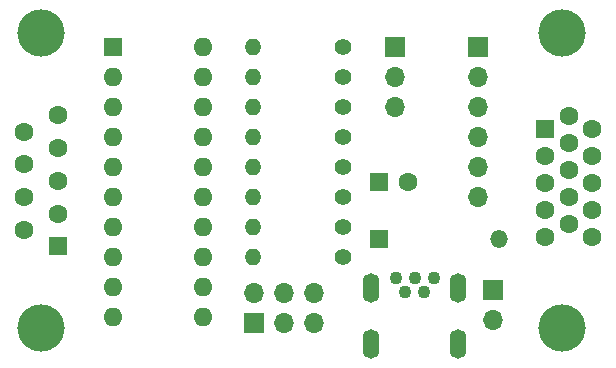
<source format=gbr>
%TF.GenerationSoftware,KiCad,Pcbnew,5.1.7*%
%TF.CreationDate,2020-11-23T22:38:14+01:00*%
%TF.ProjectId,mce-adapter,6d63652d-6164-4617-9074-65722e6b6963,0.7*%
%TF.SameCoordinates,Original*%
%TF.FileFunction,Soldermask,Bot*%
%TF.FilePolarity,Negative*%
%FSLAX46Y46*%
G04 Gerber Fmt 4.6, Leading zero omitted, Abs format (unit mm)*
G04 Created by KiCad (PCBNEW 5.1.7) date 2020-11-23 22:38:14*
%MOMM*%
%LPD*%
G01*
G04 APERTURE LIST*
%ADD10O,1.500000X1.500000*%
%ADD11R,1.500000X1.500000*%
%ADD12C,4.000000*%
%ADD13C,1.600000*%
%ADD14R,1.600000X1.600000*%
%ADD15O,1.700000X1.700000*%
%ADD16R,1.700000X1.700000*%
%ADD17O,1.400000X2.500000*%
%ADD18C,1.100000*%
%ADD19O,1.400000X1.400000*%
%ADD20C,1.400000*%
%ADD21O,1.600000X1.600000*%
G04 APERTURE END LIST*
D10*
%TO.C,D1*%
X159004000Y-107569000D03*
D11*
X148844000Y-107569000D03*
%TD*%
D12*
%TO.C,VIDEO_OUT1*%
X164361000Y-90113000D03*
X164361000Y-115113000D03*
D13*
X166901000Y-107458000D03*
X166901000Y-105168000D03*
X166901000Y-102878000D03*
X166901000Y-100588000D03*
X166901000Y-98298000D03*
X164921000Y-106313000D03*
X164921000Y-104023000D03*
X164921000Y-101733000D03*
X164921000Y-99443000D03*
X164921000Y-97153000D03*
X162941000Y-107458000D03*
X162941000Y-105168000D03*
X162941000Y-102878000D03*
X162941000Y-100588000D03*
D14*
X162941000Y-98298000D03*
%TD*%
D15*
%TO.C,PWR2*%
X158496000Y-114427000D03*
D16*
X158496000Y-111887000D03*
%TD*%
D17*
%TO.C,PWR1*%
X155592000Y-116521000D03*
X148192000Y-116521000D03*
X148192000Y-111771000D03*
X155592000Y-111771000D03*
D18*
X152692000Y-112071000D03*
X151092000Y-112071000D03*
X150292000Y-110871000D03*
X153492000Y-110871000D03*
X151892000Y-110871000D03*
%TD*%
D13*
%TO.C,C1*%
X151344000Y-102743000D03*
D14*
X148844000Y-102743000D03*
%TD*%
D12*
%TO.C,VIDEO_IN1*%
X120246000Y-115164000D03*
X120246000Y-90164000D03*
D13*
X118826000Y-98509000D03*
X118826000Y-101279000D03*
X118826000Y-104049000D03*
X118826000Y-106819000D03*
X121666000Y-97124000D03*
X121666000Y-99894000D03*
X121666000Y-102664000D03*
X121666000Y-105434000D03*
D14*
X121666000Y-108204000D03*
%TD*%
D15*
%TO.C,J123*%
X143383000Y-112141000D03*
X143383000Y-114681000D03*
X140843000Y-112141000D03*
X140843000Y-114681000D03*
X138303000Y-112141000D03*
D16*
X138303000Y-114681000D03*
%TD*%
D19*
%TO.C,R7*%
X138176000Y-93853000D03*
D20*
X145796000Y-93853000D03*
%TD*%
D15*
%TO.C,J4*%
X150241000Y-96393000D03*
X150241000Y-93853000D03*
D16*
X150241000Y-91313000D03*
%TD*%
D21*
%TO.C,U1*%
X133985000Y-91313000D03*
X126365000Y-114173000D03*
X133985000Y-93853000D03*
X126365000Y-111633000D03*
X133985000Y-96393000D03*
X126365000Y-109093000D03*
X133985000Y-98933000D03*
X126365000Y-106553000D03*
X133985000Y-101473000D03*
X126365000Y-104013000D03*
X133985000Y-104013000D03*
X126365000Y-101473000D03*
X133985000Y-106553000D03*
X126365000Y-98933000D03*
X133985000Y-109093000D03*
X126365000Y-96393000D03*
X133985000Y-111633000D03*
X126365000Y-93853000D03*
X133985000Y-114173000D03*
D14*
X126365000Y-91313000D03*
%TD*%
D19*
%TO.C,R6*%
X138176000Y-109093000D03*
D20*
X145796000Y-109093000D03*
%TD*%
D19*
%TO.C,R5*%
X138176000Y-104013000D03*
D20*
X145796000Y-104013000D03*
%TD*%
D19*
%TO.C,R4*%
X138176000Y-98933000D03*
D20*
X145796000Y-98933000D03*
%TD*%
D19*
%TO.C,R8*%
X138176000Y-91313000D03*
D20*
X145796000Y-91313000D03*
%TD*%
D19*
%TO.C,R3*%
X138176000Y-106553000D03*
D20*
X145796000Y-106553000D03*
%TD*%
D19*
%TO.C,R2*%
X138176000Y-101473000D03*
D20*
X145796000Y-101473000D03*
%TD*%
D19*
%TO.C,R1*%
X138176000Y-96393000D03*
D20*
X145796000Y-96393000D03*
%TD*%
D15*
%TO.C,H1*%
X157226000Y-104013000D03*
X157226000Y-101473000D03*
X157226000Y-98933000D03*
X157226000Y-96393000D03*
X157226000Y-93853000D03*
D16*
X157226000Y-91313000D03*
%TD*%
M02*

</source>
